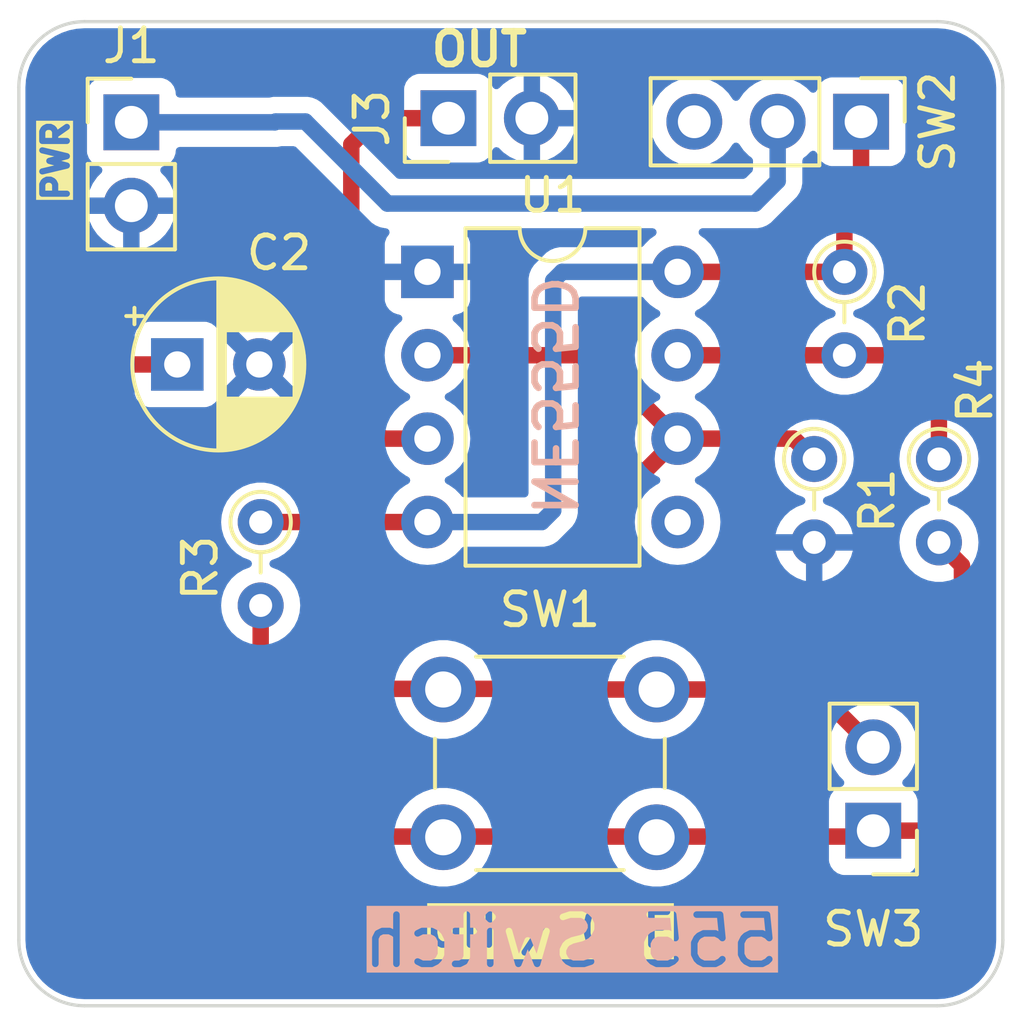
<source format=kicad_pcb>
(kicad_pcb (version 20240108) (generator "pcbnew") (generator_version "8.0")
  (layers (0 "F.Cu" signal) (31 "B.Cu" signal) (34 "B.Paste" user) (35 "F.Paste" user) (36 "B.SilkS" user "B.Silkscreen") (37 "F.SilkS" user "F.Silkscreen") (38 "B.Mask" user) (39 "F.Mask" user) (44 "Edge.Cuts" user))
  (net 0 "")
  (net 1 "Net-(C2-Pad1)")
  (net 2 "GND")
  (net 3 "Net-(U1-THR)")
  (net 4 "+3V3")
  (net 5 "Net-(U1-DIS)")
  (net 7 "Net-(J1-Pin_1)")
  (net 9 "Net-(J3-Pin_1)")
  (footprint "Capacitor_THT:CP_Radial_D5.0mm_P2.50mm" (layer "F.Cu") (at 114.3 96.8)
    (property "Reference" "C2" (at 3.1 -3.4 360) (layer "F.SilkS"))
    (property "Value" "10uF")
    (fp_line (start -1.554775 -1.475) (end -1.054775 -1.475) (stroke (width 0.12)) (layer "F.SilkS"))
    (fp_line (start -1.304775 -1.725) (end -1.304775 -1.225) (stroke (width 0.12)) (layer "F.SilkS"))
    (fp_line (start 1.25 -2.58) (end 1.25 2.58) (stroke (width 0.12)) (layer "F.SilkS"))
    (fp_line (start 1.29 -2.58) (end 1.29 2.58) (stroke (width 0.12)) (layer "F.SilkS"))
    (fp_line (start 1.33 -2.579) (end 1.33 2.579) (stroke (width 0.12)) (layer "F.SilkS"))
    (fp_line (start 1.37 -2.578) (end 1.37 2.578) (stroke (width 0.12)) (layer "F.SilkS"))
    (fp_line (start 1.41 -2.576) (end 1.41 2.576) (stroke (width 0.12)) (layer "F.SilkS"))
    (fp_line (start 1.45 -2.573) (end 1.45 2.573) (stroke (width 0.12)) (layer "F.SilkS"))
    (fp_line (start 1.49 -2.569) (end 1.49 -1.04) (stroke (width 0.12)) (layer "F.SilkS"))
    (fp_line (start 1.49 1.04) (end 1.49 2.569) (stroke (width 0.12)) (layer "F.SilkS"))
    (fp_line (start 1.53 -2.565) (end 1.53 -1.04) (stroke (width 0.12)) (layer "F.SilkS"))
    (fp_line (start 1.53 1.04) (end 1.53 2.565) (stroke (width 0.12)) (layer "F.SilkS"))
    (fp_line (start 1.57 -2.561) (end 1.57 -1.04) (stroke (width 0.12)) (layer "F.SilkS"))
    (fp_line (start 1.57 1.04) (end 1.57 2.561) (stroke (width 0.12)) (layer "F.SilkS"))
    (fp_line (start 1.61 -2.556) (end 1.61 -1.04) (stroke (width 0.12)) (layer "F.SilkS"))
    (fp_line (start 1.61 1.04) (end 1.61 2.556) (stroke (width 0.12)) (layer "F.SilkS"))
    (fp_line (start 1.65 -2.55) (end 1.65 -1.04) (stroke (width 0.12)) (layer "F.SilkS"))
    (fp_line (start 1.65 1.04) (end 1.65 2.55) (stroke (width 0.12)) (layer "F.SilkS"))
    (fp_line (start 1.69 -2.543) (end 1.69 -1.04) (stroke (width 0.12)) (layer "F.SilkS"))
    (fp_line (start 1.69 1.04) (end 1.69 2.543) (stroke (width 0.12)) (layer "F.SilkS"))
    (fp_line (start 1.73 -2.536) (end 1.73 -1.04) (stroke (width 0.12)) (layer "F.SilkS"))
    (fp_line (start 1.73 1.04) (end 1.73 2.536) (stroke (width 0.12)) (layer "F.SilkS"))
    (fp_line (start 1.77 -2.528) (end 1.77 -1.04) (stroke (width 0.12)) (layer "F.SilkS"))
    (fp_line (start 1.77 1.04) (end 1.77 2.528) (stroke (width 0.12)) (layer "F.SilkS"))
    (fp_line (start 1.81 -2.52) (end 1.81 -1.04) (stroke (width 0.12)) (layer "F.SilkS"))
    (fp_line (start 1.81 1.04) (end 1.81 2.52) (stroke (width 0.12)) (layer "F.SilkS"))
    (fp_line (start 1.85 -2.511) (end 1.85 -1.04) (stroke (width 0.12)) (layer "F.SilkS"))
    (fp_line (start 1.85 1.04) (end 1.85 2.511) (stroke (width 0.12)) (layer "F.SilkS"))
    (fp_line (start 1.89 -2.501) (end 1.89 -1.04) (stroke (width 0.12)) (layer "F.SilkS"))
    (fp_line (start 1.89 1.04) (end 1.89 2.501) (stroke (width 0.12)) (layer "F.SilkS"))
    (fp_line (start 1.93 -2.491) (end 1.93 -1.04) (stroke (width 0.12)) (layer "F.SilkS"))
    (fp_line (start 1.93 1.04) (end 1.93 2.491) (stroke (width 0.12)) (layer "F.SilkS"))
    (fp_line (start 1.971 -2.48) (end 1.971 -1.04) (stroke (width 0.12)) (layer "F.SilkS"))
    (fp_line (start 1.971 1.04) (end 1.971 2.48) (stroke (width 0.12)) (layer "F.SilkS"))
    (fp_line (start 2.011 -2.468) (end 2.011 -1.04) (stroke (width 0.12)) (layer "F.SilkS"))
    (fp_line (start 2.011 1.04) (end 2.011 2.468) (stroke (width 0.12)) (layer "F.SilkS"))
    (fp_line (start 2.051 -2.455) (end 2.051 -1.04) (stroke (width 0.12)) (layer "F.SilkS"))
    (fp_line (start 2.051 1.04) (end 2.051 2.455) (stroke (width 0.12)) (layer "F.SilkS"))
    (fp_line (start 2.091 -2.442) (end 2.091 -1.04) (stroke (width 0.12)) (layer "F.SilkS"))
    (fp_line (start 2.091 1.04) (end 2.091 2.442) (stroke (width 0.12)) (layer "F.SilkS"))
    (fp_line (start 2.131 -2.428) (end 2.131 -1.04) (stroke (width 0.12)) (layer "F.SilkS"))
    (fp_line (start 2.131 1.04) (end 2.131 2.428) (stroke (width 0.12)) (layer "F.SilkS"))
    (fp_line (start 2.171 -2.414) (end 2.171 -1.04) (stroke (width 0.12)) (layer "F.SilkS"))
    (fp_line (start 2.171 1.04) (end 2.171 2.414) (stroke (width 0.12)) (layer "F.SilkS"))
    (fp_line (start 2.211 -2.398) (end 2.211 -1.04) (stroke (width 0.12)) (layer "F.SilkS"))
    (fp_line (start 2.211 1.04) (end 2.211 2.398) (stroke (width 0.12)) (layer "F.SilkS"))
    (fp_line (start 2.251 -2.382) (end 2.251 -1.04) (stroke (width 0.12)) (layer "F.SilkS"))
    (fp_line (start 2.251 1.04) (end 2.251 2.382) (stroke (width 0.12)) (layer "F.SilkS"))
    (fp_line (start 2.291 -2.365) (end 2.291 -1.04) (stroke (width 0.12)) (layer "F.SilkS"))
    (fp_line (start 2.291 1.04) (end 2.291 2.365) (stroke (width 0.12)) (layer "F.SilkS"))
    (fp_line (start 2.331 -2.348) (end 2.331 -1.04) (stroke (width 0.12)) (layer "F.SilkS"))
    (fp_line (start 2.331 1.04) (end 2.331 2.348) (stroke (width 0.12)) (layer "F.SilkS"))
    (fp_line (start 2.371 -2.329) (end 2.371 -1.04) (stroke (width 0.12)) (layer "F.SilkS"))
    (fp_line (start 2.371 1.04) (end 2.371 2.329) (stroke (width 0.12)) (layer "F.SilkS"))
    (fp_line (start 2.411 -2.31) (end 2.411 -1.04) (stroke (width 0.12)) (layer "F.SilkS"))
    (fp_line (start 2.411 1.04) (end 2.411 2.31) (stroke (width 0.12)) (layer "F.SilkS"))
    (fp_line (start 2.451 -2.29) (end 2.451 -1.04) (stroke (width 0.12)) (layer "F.SilkS"))
    (fp_line (start 2.451 1.04) (end 2.451 2.29) (stroke (width 0.12)) (layer "F.SilkS"))
    (fp_line (start 2.491 -2.268) (end 2.491 -1.04) (stroke (width 0.12)) (layer "F.SilkS"))
    (fp_line (start 2.491 1.04) (end 2.491 2.268) (stroke (width 0.12)) (layer "F.SilkS"))
    (fp_line (start 2.531 -2.247) (end 2.531 -1.04) (stroke (width 0.12)) (layer "F.SilkS"))
    (fp_line (start 2.531 1.04) (end 2.531 2.247) (stroke (width 0.12)) (layer "F.SilkS"))
    (fp_line (start 2.571 -2.224) (end 2.571 -1.04) (stroke (width 0.12)) (layer "F.SilkS"))
    (fp_line (start 2.571 1.04) (end 2.571 2.224) (stroke (width 0.12)) (layer "F.SilkS"))
    (fp_line (start 2.611 -2.2) (end 2.611 -1.04) (stroke (width 0.12)) (layer "F.SilkS"))
    (fp_line (start 2.611 1.04) (end 2.611 2.2) (stroke (width 0.12)) (layer "F.SilkS"))
    (fp_line (start 2.651 -2.175) (end 2.651 -1.04) (stroke (width 0.12)) (layer "F.SilkS"))
    (fp_line (start 2.651 1.04) (end 2.651 2.175) (stroke (width 0.12)) (layer "F.SilkS"))
    (fp_line (start 2.691 -2.149) (end 2.691 -1.04) (stroke (width 0.12)) (layer "F.SilkS"))
    (fp_line (start 2.691 1.04) (end 2.691 2.149) (stroke (width 0.12)) (layer "F.SilkS"))
    (fp_line (start 2.731 -2.122) (end 2.731 -1.04) (stroke (width 0.12)) (layer "F.SilkS"))
    (fp_line (start 2.731 1.04) (end 2.731 2.122) (stroke (width 0.12)) (layer "F.SilkS"))
    (fp_line (start 2.771 -2.095) (end 2.771 -1.04) (stroke (width 0.12)) (layer "F.SilkS"))
    (fp_line (start 2.771 1.04) (end 2.771 2.095) (stroke (width 0.12)) (layer "F.SilkS"))
    (fp_line (start 2.811 -2.065) (end 2.811 -1.04) (stroke (width 0.12)) (layer "F.SilkS"))
    (fp_line (start 2.811 1.04) (end 2.811 2.065) (stroke (width 0.12)) (layer "F.SilkS"))
    (fp_line (start 2.851 -2.035) (end 2.851 -1.04) (stroke (width 0.12)) (layer "F.SilkS"))
    (fp_line (start 2.851 1.04) (end 2.851 2.035) (stroke (width 0.12)) (layer "F.SilkS"))
    (fp_line (start 2.891 -2.004) (end 2.891 -1.04) (stroke (width 0.12)) (layer "F.SilkS"))
    (fp_line (start 2.891 1.04) (end 2.891 2.004) (stroke (width 0.12)) (layer "F.SilkS"))
    (fp_line (start 2.931 -1.971) (end 2.931 -1.04) (stroke (width 0.12)) (layer "F.SilkS"))
    (fp_line (start 2.931 1.04) (end 2.931 1.971) (stroke (width 0.12)) (layer "F.SilkS"))
    (fp_line (start 2.971 -1.937) (end 2.971 -1.04) (stroke (width 0.12)) (layer "F.SilkS"))
    (fp_line (start 2.971 1.04) (end 2.971 1.937) (stroke (width 0.12)) (layer "F.SilkS"))
    (fp_line (start 3.011 -1.901) (end 3.011 -1.04) (stroke (width 0.12)) (layer "F.SilkS"))
    (fp_line (start 3.011 1.04) (end 3.011 1.901) (stroke (width 0.12)) (layer "F.SilkS"))
    (fp_line (start 3.051 -1.864) (end 3.051 -1.04) (stroke (width 0.12)) (layer "F.SilkS"))
    (fp_line (start 3.051 1.04) (end 3.051 1.864) (stroke (width 0.12)) (layer "F.SilkS"))
    (fp_line (start 3.091 -1.826) (end 3.091 -1.04) (stroke (width 0.12)) (layer "F.SilkS"))
    (fp_line (start 3.091 1.04) (end 3.091 1.826) (stroke (width 0.12)) (layer "F.SilkS"))
    (fp_line (start 3.131 -1.785) (end 3.131 -1.04) (stroke (width 0.12)) (layer "F.SilkS"))
    (fp_line (start 3.131 1.04) (end 3.131 1.785) (stroke (width 0.12)) (layer "F.SilkS"))
    (fp_line (start 3.171 -1.743) (end 3.171 -1.04) (stroke (width 0.12)) (layer "F.SilkS"))
    (fp_line (start 3.171 1.04) (end 3.171 1.743) (stroke (width 0.12)) (layer "F.SilkS"))
    (fp_line (start 3.211 -1.699) (end 3.211 -1.04) (stroke (width 0.12)) (layer "F.SilkS"))
    (fp_line (start 3.211 1.04) (end 3.211 1.699) (stroke (width 0.12)) (layer "F.SilkS"))
    (fp_line (start 3.251 -1.653) (end 3.251 -1.04) (stroke (width 0.12)) (layer "F.SilkS"))
    (fp_line (start 3.251 1.04) (end 3.251 1.653) (stroke (width 0.12)) (layer "F.SilkS"))
    (fp_line (start 3.291 -1.605) (end 3.291 -1.04) (stroke (width 0.12)) (layer "F.SilkS"))
    (fp_line (start 3.291 1.04) (end 3.291 1.605) (stroke (width 0.12)) (layer "F.SilkS"))
    (fp_line (start 3.331 -1.554) (end 3.331 -1.04) (stroke (width 0.12)) (layer "F.SilkS"))
    (fp_line (start 3.331 1.04) (end 3.331 1.554) (stroke (width 0.12)) (layer "F.SilkS"))
    (fp_line (start 3.371 -1.5) (end 3.371 -1.04) (stroke (width 0.12)) (layer "F.SilkS"))
    (fp_line (start 3.371 1.04) (end 3.371 1.5) (stroke (width 0.12)) (layer "F.SilkS"))
    (fp_line (start 3.411 -1.443) (end 3.411 -1.04) (stroke (width 0.12)) (layer "F.SilkS"))
    (fp_line (start 3.411 1.04) (end 3.411 1.443) (stroke (width 0.12)) (layer "F.SilkS"))
    (fp_line (start 3.451 -1.383) (end 3.451 -1.04) (stroke (width 0.12)) (layer "F.SilkS"))
    (fp_line (start 3.451 1.04) (end 3.451 1.383) (stroke (width 0.12)) (layer "F.SilkS"))
    (fp_line (start 3.491 -1.319) (end 3.491 -1.04) (stroke (width 0.12)) (layer "F.SilkS"))
    (fp_line (start 3.491 1.04) (end 3.491 1.319) (stroke (width 0.12)) (layer "F.SilkS"))
    (fp_line (start 3.531 -1.251) (end 3.531 -1.04) (stroke (width 0.12)) (layer "F.SilkS"))
    (fp_line (start 3.531 1.04) (end 3.531 1.251) (stroke (width 0.12)) (layer "F.SilkS"))
    (fp_line (start 3.571 -1.178) (end 3.571 1.178) (stroke (width 0.12)) (layer "F.SilkS"))
    (fp_line (start 3.611 -1.098) (end 3.611 1.098) (stroke (width 0.12)) (layer "F.SilkS"))
    (fp_line (start 3.651 -1.011) (end 3.651 1.011) (stroke (width 0.12)) (layer "F.SilkS"))
    (fp_line (start 3.691 -0.915) (end 3.691 0.915) (stroke (width 0.12)) (layer "F.SilkS"))
    (fp_line (start 3.731 -0.805) (end 3.731 0.805) (stroke (width 0.12)) (layer "F.SilkS"))
    (fp_line (start 3.771 -0.677) (end 3.771 0.677) (stroke (width 0.12)) (layer "F.SilkS"))
    (fp_line (start 3.811 -0.518) (end 3.811 0.518) (stroke (width 0.12)) (layer "F.SilkS"))
    (fp_line (start 3.851 -0.284) (end 3.851 0.284) (stroke (width 0.12)) (layer "F.SilkS"))
    (fp_circle (center 1.25 0) (end 3.87 0) (stroke (width 0.12)) (fill none) (layer "F.SilkS"))
    (pad "1" thru_hole rect (at 0 0) (size 1.6 1.6) (drill 0.8) (layers "*.Cu" "*.Mask") (net 1 "Net-(C2-Pad1)"))
    (pad "2" thru_hole circle (at 2.5 0) (size 1.6 1.6) (drill 0.8) (layers "*.Cu" "*.Mask") (net 2 "GND"))
  )
  (footprint "Package_DIP:DIP-8_W7.62mm" (layer "F.Cu") (at 121.92 93.98)
    (property "Reference" "U1" (at 3.81 -2.33 0) (layer "F.SilkS"))
    (property "Value" "NE555D")
    (fp_line (start 1.16 -1.33) (end 1.16 8.95) (stroke (width 0.12)) (layer "F.SilkS"))
    (fp_line (start 1.16 8.95) (end 6.46 8.95) (stroke (width 0.12)) (layer "F.SilkS"))
    (fp_line (start 2.81 -1.33) (end 1.16 -1.33) (stroke (width 0.12)) (layer "F.SilkS"))
    (fp_line (start 6.46 -1.33) (end 4.81 -1.33) (stroke (width 0.12)) (layer "F.SilkS"))
    (fp_line (start 6.46 8.95) (end 6.46 -1.33) (stroke (width 0.12)) (layer "F.SilkS"))
    (fp_arc (start 4.81 -1.33) (mid 3.81 -0.33) (end 2.81 -1.33) (stroke (width 0.12)) (layer "F.SilkS"))
    (pad "1" thru_hole rect (at 0 0) (size 1.6 1.6) (drill 0.8) (layers "*.Cu" "*.Mask") (net 2 "GND"))
    (pad "2" thru_hole oval (at 0 2.54) (size 1.6 1.6) (drill 0.8) (layers "*.Cu" "*.Mask") (net 3 "Net-(U1-THR)"))
    (pad "3" thru_hole oval (at 0 5.08) (size 1.6 1.6) (drill 0.8) (layers "*.Cu" "*.Mask") (net 9 "Net-(J3-Pin_1)"))
    (pad "4" thru_hole oval (at 0 7.62) (size 1.6 1.6) (drill 0.8) (layers "*.Cu" "*.Mask") (net 4 "+3V3"))
    (pad "5" thru_hole oval (at 7.62 7.62) (size 1.6 1.6) (drill 0.8) (layers "*.Cu" "*.Mask"))
    (pad "6" thru_hole oval (at 7.62 5.08) (size 1.6 1.6) (drill 0.8) (layers "*.Cu" "*.Mask") (net 3 "Net-(U1-THR)"))
    (pad "7" thru_hole oval (at 7.62 2.54) (size 1.6 1.6) (drill 0.8) (layers "*.Cu" "*.Mask") (net 5 "Net-(U1-DIS)"))
    (pad "8" thru_hole oval (at 7.62 0) (size 1.6 1.6) (drill 0.8) (layers "*.Cu" "*.Mask") (net 4 "+3V3"))
  )
  (footprint "Resistor_THT:R_Axial_DIN0204_L3.6mm_D1.6mm_P2.54mm_Vertical" (layer "F.Cu") (at 137.5 99.68 -90)
    (property "Reference" "R4" (at -2.08 -1.1 90) (layer "F.SilkS"))
    (property "Value" "10k")
    (fp_line (start 0.92 0) (end 1.54 0) (stroke (width 0.12)) (layer "F.SilkS"))
    (fp_circle (center 0 0) (end 0.92 0) (stroke (width 0.12)) (fill none) (layer "F.SilkS"))
    (pad "1" thru_hole circle (at 0 0 270) (size 1.4 1.4) (drill 0.7) (layers "*.Cu" "*.Mask") (net 5 "Net-(U1-DIS)"))
    (pad "2" thru_hole oval (at 2.54 0 270) (size 1.4 1.4) (drill 0.7) (layers "*.Cu" "*.Mask") (net 1 "Net-(C2-Pad1)"))
  )
  (footprint "Connector_PinHeader_2.54mm:PinHeader_1x02_P2.54mm_Vertical" (layer "F.Cu") (at 112.9 89.425)
    (property "Reference" "J1" (at 0 -2.33 0) (layer "F.SilkS"))
    (property "Value" "3V3")
    (fp_line (start -1.33 -1.33) (end 0 -1.33) (stroke (width 0.12)) (layer "F.SilkS"))
    (fp_line (start -1.33 0) (end -1.33 -1.33) (stroke (width 0.12)) (layer "F.SilkS"))
    (fp_line (start -1.33 1.27) (end -1.33 3.87) (stroke (width 0.12)) (layer "F.SilkS"))
    (fp_line (start -1.33 1.27) (end 1.33 1.27) (stroke (width 0.12)) (layer "F.SilkS"))
    (fp_line (start -1.33 3.87) (end 1.33 3.87) (stroke (width 0.12)) (layer "F.SilkS"))
    (fp_line (start 1.33 1.27) (end 1.33 3.87) (stroke (width 0.12)) (layer "F.SilkS"))
    (pad "1" thru_hole rect (at 0 0) (size 1.7 1.7) (drill 1) (layers "*.Cu" "*.Mask") (net 7 "Net-(J1-Pin_1)"))
    (pad "2" thru_hole oval (at 0 2.54) (size 1.7 1.7) (drill 1) (layers "*.Cu" "*.Mask") (net 2 "GND"))
  )
  (footprint "Connector_PinHeader_2.54mm:PinHeader_1x03_P2.54mm_Vertical" (layer "F.Cu") (at 135.128 89.408 -90)
    (property "Reference" "SW2" (at 0 -2.33 90) (layer "F.SilkS"))
    (property "Value" "SW_SPDT")
    (fp_line (start -1.33 6.41) (end 1.33 6.41) (stroke (width 0.12)) (layer "F.SilkS"))
    (fp_line (start -1.33 1.27) (end -1.33 6.41) (stroke (width 0.12)) (layer "F.SilkS"))
    (fp_line (start -1.33 1.27) (end 1.33 1.27) (stroke (width 0.12)) (layer "F.SilkS"))
    (fp_line (start 1.33 1.27) (end 1.33 6.41) (stroke (width 0.12)) (layer "F.SilkS"))
    (fp_line (start -1.33 0) (end -1.33 -1.33) (stroke (width 0.12)) (layer "F.SilkS"))
    (fp_line (start -1.33 -1.33) (end 0 -1.33) (stroke (width 0.12)) (layer "F.SilkS"))
    (pad "1" thru_hole rect (at 0 0 270) (size 1.7 1.7) (drill 1) (layers "*.Cu" "*.Mask") (net 4 "+3V3"))
    (pad "2" thru_hole oval (at 0 2.54 270) (size 1.7 1.7) (drill 1) (layers "*.Cu" "*.Mask") (net 7 "Net-(J1-Pin_1)"))
    (pad "3" thru_hole oval (at 0 5.08 270) (size 1.7 1.7) (drill 1) (layers "*.Cu" "*.Mask"))
  )
  (footprint "Resistor_THT:R_Axial_DIN0204_L3.6mm_D1.6mm_P2.54mm_Vertical" (layer "F.Cu") (at 133.7 99.68 -90)
    (property "Reference" "R1" (at 1.27 -1.92 90) (layer "F.SilkS"))
    (property "Value" "10k")
    (fp_line (start 0.92 0) (end 1.54 0) (stroke (width 0.12)) (layer "F.SilkS"))
    (fp_circle (center 0 0) (end 0.92 0) (stroke (width 0.12)) (fill none) (layer "F.SilkS"))
    (pad "1" thru_hole circle (at 0 0 270) (size 1.4 1.4) (drill 0.7) (layers "*.Cu" "*.Mask") (net 3 "Net-(U1-THR)"))
    (pad "2" thru_hole oval (at 2.54 0 270) (size 1.4 1.4) (drill 0.7) (layers "*.Cu" "*.Mask") (net 2 "GND"))
  )
  (footprint "Resistor_THT:R_Axial_DIN0204_L3.6mm_D1.6mm_P2.54mm_Vertical" (layer "F.Cu") (at 134.62 93.98 -90)
    (property "Reference" "R2" (at 1.27 -1.92 90) (layer "F.SilkS"))
    (property "Value" "10k")
    (fp_line (start 0.92 0) (end 1.54 0) (stroke (width 0.12)) (layer "F.SilkS"))
    (fp_circle (center 0 0) (end 0.92 0) (stroke (width 0.12)) (fill none) (layer "F.SilkS"))
    (pad "1" thru_hole circle (at 0 0 270) (size 1.4 1.4) (drill 0.7) (layers "*.Cu" "*.Mask") (net 4 "+3V3"))
    (pad "2" thru_hole oval (at 2.54 0 270) (size 1.4 1.4) (drill 0.7) (layers "*.Cu" "*.Mask") (net 5 "Net-(U1-DIS)"))
  )
  (footprint "Connector_PinHeader_2.54mm:PinHeader_1x02_P2.54mm_Vertical" (layer "F.Cu") (at 122.56 89.3 90)
    (property "Reference" "J3" (at 0 -2.33 -90) (layer "F.SilkS"))
    (property "Value" "OUT")
    (fp_line (start -1.33 -1.33) (end 0 -1.33) (stroke (width 0.12)) (layer "F.SilkS"))
    (fp_line (start -1.33 0) (end -1.33 -1.33) (stroke (width 0.12)) (layer "F.SilkS"))
    (fp_line (start 1.33 1.27) (end 1.33 3.87) (stroke (width 0.12)) (layer "F.SilkS"))
    (fp_line (start -1.33 1.27) (end 1.33 1.27) (stroke (width 0.12)) (layer "F.SilkS"))
    (fp_line (start -1.33 1.27) (end -1.33 3.87) (stroke (width 0.12)) (layer "F.SilkS"))
    (fp_line (start -1.33 3.87) (end 1.33 3.87) (stroke (width 0.12)) (layer "F.SilkS"))
    (pad "1" thru_hole rect (at 0 0 90) (size 1.7 1.7) (drill 1) (layers "*.Cu" "*.Mask") (net 9 "Net-(J3-Pin_1)"))
    (pad "2" thru_hole oval (at 0 2.54 90) (size 1.7 1.7) (drill 1) (layers "*.Cu" "*.Mask") (net 2 "GND"))
  )
  (footprint "Connector_PinHeader_2.54mm:PinHeader_1x02_P2.54mm_Vertical" (layer "F.Cu") (at 135.5 111 180)
    (property "Reference" "SW3" (at 0 -3 0) (layer "F.SilkS"))
    (property "Value" "SW_Reed")
    (fp_line (start 1.33 1.27) (end 1.33 3.87) (stroke (width 0.12)) (layer "F.SilkS"))
    (fp_line (start -1.33 3.87) (end 1.33 3.87) (stroke (width 0.12)) (layer "F.SilkS"))
    (fp_line (start -1.33 1.27) (end 1.33 1.27) (stroke (width 0.12)) (layer "F.SilkS"))
    (fp_line (start -1.33 1.27) (end -1.33 3.87) (stroke (width 0.12)) (layer "F.SilkS"))
    (fp_line (start -1.33 0) (end -1.33 -1.33) (stroke (width 0.12)) (layer "F.SilkS"))
    (fp_line (start -1.33 -1.33) (end 0 -1.33) (stroke (width 0.12)) (layer "F.SilkS"))
    (pad "1" thru_hole rect (at 0 0 180) (size 1.7 1.7) (drill 1) (layers "*.Cu" "*.Mask") (net 1 "Net-(C2-Pad1)"))
    (pad "2" thru_hole oval (at 0 2.54 180) (size 1.7 1.7) (drill 1) (layers "*.Cu" "*.Mask") (net 3 "Net-(U1-THR)"))
  )
  (footprint "Resistor_THT:R_Axial_DIN0204_L3.6mm_D1.6mm_P2.54mm_Vertical" (layer "F.Cu") (at 116.84 101.6 -90)
    (property "Reference" "R3" (at 1.4 1.84 90) (layer "F.SilkS"))
    (property "Value" "10k")
    (fp_line (start 0.92 0) (end 1.54 0) (stroke (width 0.12)) (layer "F.SilkS"))
    (fp_circle (center 0 0) (end 0.92 0) (stroke (width 0.12)) (fill none) (layer "F.SilkS"))
    (pad "1" thru_hole circle (at 0 0 270) (size 1.4 1.4) (drill 0.7) (layers "*.Cu" "*.Mask") (net 4 "+3V3"))
    (pad "2" thru_hole oval (at 2.54 0 270) (size 1.4 1.4) (drill 0.7) (layers "*.Cu" "*.Mask") (net 3 "Net-(U1-THR)"))
  )
  (footprint "Button_Switch_THT:SW_PUSH_6mm" (layer "F.Cu") (at 122.4 106.7)
    (property "Reference" "SW1" (at 3.25 -2.43 0) (layer "F.SilkS"))
    (property "Value" "SW_Push")
    (fp_line (start -0.25 1.5) (end -0.25 3) (stroke (width 0.12)) (layer "F.SilkS"))
    (fp_line (start 1 5.5) (end 5.5 5.5) (stroke (width 0.12)) (layer "F.SilkS"))
    (fp_line (start 5.5 -1) (end 1 -1) (stroke (width 0.12)) (layer "F.SilkS"))
    (fp_line (start 6.75 3) (end 6.75 1.5) (stroke (width 0.12)) (layer "F.SilkS"))
    (pad "1" thru_hole circle (at 0 0 90) (size 2 2) (drill 1.1) (layers "*.Cu" "*.Mask") (net 3 "Net-(U1-THR)"))
    (pad "1" thru_hole circle (at 6.5 0 90) (size 2 2) (drill 1.1) (layers "*.Cu" "*.Mask") (net 3 "Net-(U1-THR)"))
    (pad "2" thru_hole circle (at 0 4.5 90) (size 2 2) (drill 1.1) (layers "*.Cu" "*.Mask") (net 1 "Net-(C2-Pad1)"))
    (pad "2" thru_hole circle (at 6.5 4.5 90) (size 2 2) (drill 1.1) (layers "*.Cu" "*.Mask") (net 1 "Net-(C2-Pad1)"))
  )
  (gr_line (start 139.446 88.36) (end 139.446 114.332) (stroke (width 0.1)) (layer "Edge.Cuts"))
  (gr_line (start 109.474 114.332) (end 109.474 88.36) (stroke (width 0.1)) (layer "Edge.Cuts"))
  (gr_arc (start 139.446 114.332) (mid 138.860214 115.746214) (end 137.446 116.332) (stroke (width 0.1)) (layer "Edge.Cuts"))
  (gr_arc (start 109.474 88.36) (mid 110.059786 86.945786) (end 111.474 86.36) (stroke (width 0.1)) (layer "Edge.Cuts"))
  (gr_line (start 111.474 86.36) (end 137.446 86.36) (stroke (width 0.1)) (layer "Edge.Cuts"))
  (gr_arc (start 111.474 116.332) (mid 110.059786 115.746214) (end 109.474 114.332) (stroke (width 0.1)) (layer "Edge.Cuts"))
  (gr_line (start 137.446 116.332) (end 111.474 116.332) (stroke (width 0.1)) (layer "Edge.Cuts"))
  (gr_arc (start 137.446 86.36) (mid 138.860214 86.945786) (end 139.446 88.36) (stroke (width 0.1)) (layer "Edge.Cuts"))
  (gr_text "NE555D" (at 125.75 97.75 270) (layer "B.SilkS") (effects (font (size 1.25 1.25) (thickness 0.2) (bold yes)) (justify mirror)))
  (gr_text "555 Switch" (at 132.75 115.25 0) (layer "B.SilkS" knockout) (effects (font (size 1.5 1.5) (thickness 0.2) (bold yes)) (justify left bottom mirror)))
  (gr_text "PWR" (at 110.6 90.6 90) (layer "F.SilkS" knockout) (effects (font (size 0.75 0.75) (thickness 0.1875) (bold yes))))
  (gr_text "ON / OFF" (at 121.8 114.6 0) (layer "F.SilkS" knockout) (effects (font (size 1 1) (thickness 0.2) (bold yes)) (justify left bottom)))
  (gr_text "OUT" (at 123.5 87.2 0) (layer "F.SilkS") (effects (font (size 1 1) (thickness 0.2) (bold yes))))
  (segment (start 111.5 97.7) (end 112.4 96.8) (width 0.5) (layer "F.Cu") (net 1))
  (segment (start 138.2 110.05) (end 138.2 102.92) (width 0.5) (layer "F.Cu") (net 1))
  (segment (start 112.4 96.8) (end 114.3 96.8) (width 0.5) (layer "F.Cu") (net 1))
  (segment (start 137.25 111) (end 138.2 110.05) (width 0.5) (layer "F.Cu") (net 1))
  (segment (start 135.32 111.18) (end 135.5 111) (width 0.25) (layer "F.Cu") (net 1))
  (segment (start 111.5 110.2) (end 111.5 97.7) (width 0.5) (layer "F.Cu") (net 1))
  (segment (start 135.5 111) (end 137.25 111) (width 0.5) (layer "F.Cu") (net 1))
  (segment (start 112.48 111.18) (end 111.5 110.2) (width 0.5) (layer "F.Cu") (net 1))
  (segment (start 138.2 102.92) (end 137.5 102.22) (width 0.5) (layer "F.Cu") (net 1))
  (segment (start 135.32 111.18) (end 112.48 111.18) (width 0.5) (layer "F.Cu") (net 1))
  (segment (start 116.84 105.44) (end 118.08 106.68) (width 0.5) (layer "F.Cu") (net 3))
  (segment (start 127.3 101.3) (end 127.3 104.58) (width 0.5) (layer "F.Cu") (net 3))
  (segment (start 129.54 99.06) (end 127.3 101.3) (width 0.5) (layer "F.Cu") (net 3))
  (segment (start 127 96.52) (end 129.54 99.06) (width 0.5) (layer "F.Cu") (net 3))
  (segment (start 133.08 99.06) (end 133.7 99.68) (width 0.5) (layer "F.Cu") (net 3))
  (segment (start 116.84 104.14) (end 116.84 105.44) (width 0.5) (layer "F.Cu") (net 3))
  (segment (start 133.72 106.68) (end 135.5 108.46) (width 0.5) (layer "F.Cu") (net 3))
  (segment (start 127.29 106.68) (end 127.31 106.7) (width 0.5) (layer "F.Cu") (net 3))
  (segment (start 127.3 104.58) (end 125.2 106.68) (width 0.5) (layer "F.Cu") (net 3))
  (segment (start 127.31 106.7) (end 128.9 106.7) (width 0.5) (layer "F.Cu") (net 3))
  (segment (start 121.92 96.52) (end 127 96.52) (width 0.5) (layer "F.Cu") (net 3))
  (segment (start 133.7 106.7) (end 128.9 106.7) (width 0.5) (layer "F.Cu") (net 3))
  (segment (start 133.72 106.68) (end 133.7 106.7) (width 0.5) (layer "F.Cu") (net 3))
  (segment (start 129.54 99.06) (end 133.08 99.06) (width 0.5) (layer "F.Cu") (net 3))
  (segment (start 118.08 106.68) (end 125.2 106.68) (width 0.5) (layer "F.Cu") (net 3))
  (segment (start 125.2 106.68) (end 127.29 106.68) (width 0.5) (layer "F.Cu") (net 3))
  (segment (start 129.54 93.98) (end 134.62 93.98) (width 0.5) (layer "F.Cu") (net 4))
  (segment (start 134.62 92.13) (end 135.128 91.622) (width 0.5) (layer "F.Cu") (net 4))
  (segment (start 121.92 101.6) (end 116.84 101.6) (width 0.5) (layer "F.Cu") (net 4))
  (segment (start 134.62 93.98) (end 134.62 92.13) (width 0.5) (layer "F.Cu") (net 4))
  (segment (start 135.128 91.622) (end 135.128 89.408) (width 0.5) (layer "F.Cu") (net 4))
  (segment (start 125.75 94.25) (end 126.02 93.98) (width 0.5) (layer "B.Cu") (net 4))
  (segment (start 125.4 101.6) (end 125.75 101.25) (width 0.5) (layer "B.Cu") (net 4))
  (segment (start 125.75 101.25) (end 125.75 94.25) (width 0.5) (layer "B.Cu") (net 4))
  (segment (start 121.92 101.6) (end 125.4 101.6) (width 0.5) (layer "B.Cu") (net 4))
  (segment (start 126.02 93.98) (end 129.54 93.98) (width 0.5) (layer "B.Cu") (net 4))
  (segment (start 129.54 96.52) (end 134.62 96.52) (width 0.5) (layer "F.Cu") (net 5))
  (segment (start 134.62 96.52) (end 136.32 96.52) (width 0.5) (layer "F.Cu") (net 5))
  (segment (start 136.32 96.52) (end 137.5 97.7) (width 0.5) (layer "F.Cu") (net 5))
  (segment (start 137.5 97.7) (end 137.5 99.68) (width 0.5) (layer "F.Cu") (net 5))
  (segment (start 132.588 89.408) (end 132.588 91.212) (width 0.5) (layer "B.Cu") (net 7))
  (segment (start 118.2 89.4) (end 117.3 89.4) (width 0.5) (layer "B.Cu") (net 7))
  (segment (start 132.588 91.212) (end 131.9 91.9) (width 0.5) (layer "B.Cu") (net 7))
  (segment (start 117.275 89.425) (end 112.9 89.425) (width 0.5) (layer "B.Cu") (net 7))
  (segment (start 131.9 91.9) (end 120.7 91.9) (width 0.5) (layer "B.Cu") (net 7))
  (segment (start 120.7 91.9) (end 118.2 89.4) (width 0.5) (layer "B.Cu") (net 7))
  (segment (start 117.3 89.4) (end 117.275 89.425) (width 0.5) (layer "B.Cu") (net 7))
  (segment (start 121.92 99.06) (end 120.56 99.06) (width 0.5) (layer "F.Cu") (net 9))
  (segment (start 120.4 89.3) (end 122.56 89.3) (width 0.5) (layer "F.Cu") (net 9))
  (segment (start 120.56 99.06) (end 119.6 98.1) (width 0.5) (layer "F.Cu") (net 9))
  (segment (start 119.6 90.1) (end 120.4 89.3) (width 0.5) (layer "F.Cu") (net 9))
  (segment (start 119.6 98.1) (end 119.6 90.1) (width 0.5) (layer "F.Cu") (net 9))
  (zone (net 2) (net_name "GND") (layer "B.Cu") (connect_pads (clearance 0.5)) (min_thickness 0.25) (fill yes (thermal_gap 0.5) (thermal_bridge_width 0.5))
    (polygon (pts (xy 109 85.7) (xy 139.8 85.7) (xy 139.8 116.9) (xy 108.9 116.9)))
  )
)
</source>
